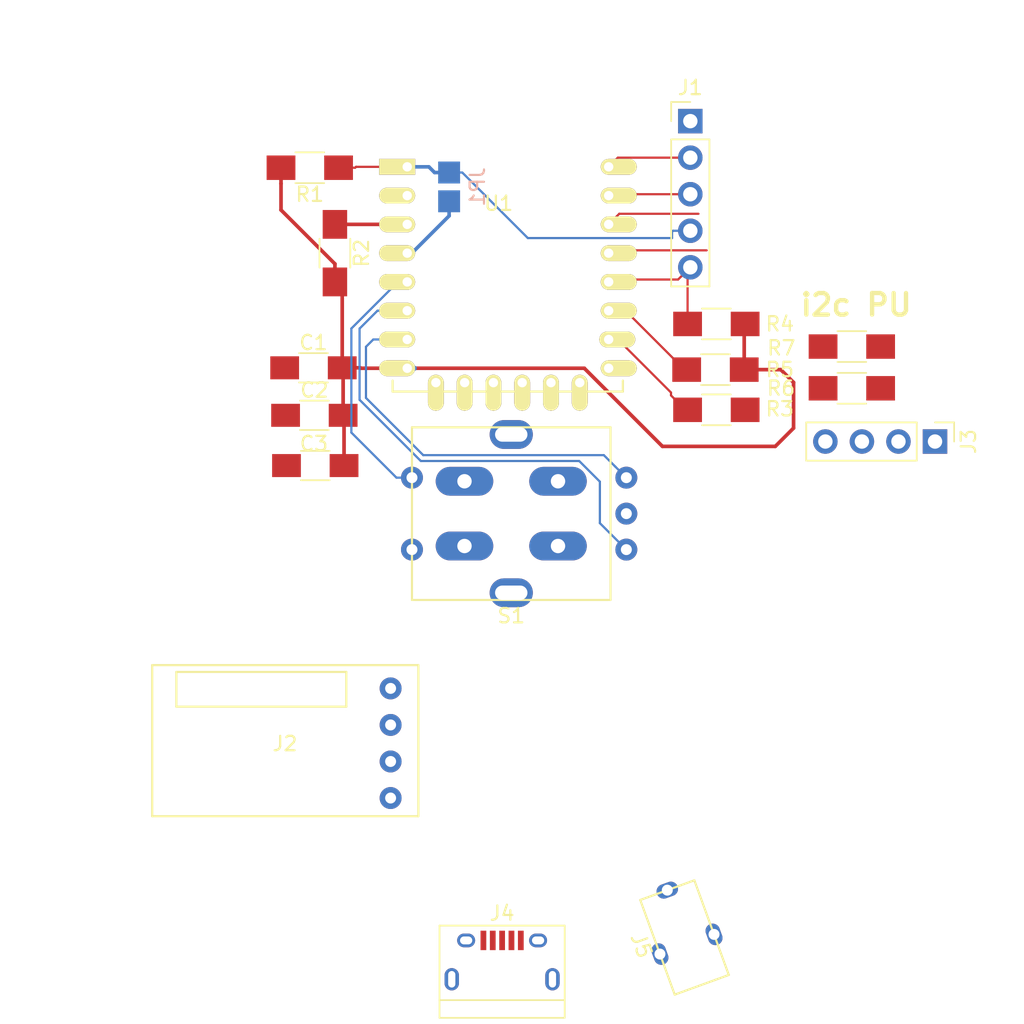
<source format=kicad_pcb>
(kicad_pcb (version 4) (host pcbnew 4.0.7-e2-6376~58~ubuntu17.04.1)

  (general
    (links 0)
    (no_connects 21)
    (area 108.494442 66.312942 179.687558 138.071501)
    (thickness 1.6)
    (drawings 2)
    (tracks 83)
    (zones 0)
    (modules 20)
    (nets 30)
  )

  (page A4)
  (layers
    (0 F.Cu signal)
    (31 B.Cu signal)
    (32 B.Adhes user)
    (33 F.Adhes user)
    (34 B.Paste user)
    (35 F.Paste user)
    (36 B.SilkS user)
    (37 F.SilkS user)
    (38 B.Mask user)
    (39 F.Mask user)
    (40 Dwgs.User user)
    (41 Cmts.User user)
    (42 Eco1.User user)
    (43 Eco2.User user)
    (44 Edge.Cuts user)
    (45 Margin user)
    (46 B.CrtYd user)
    (47 F.CrtYd user)
    (48 B.Fab user hide)
    (49 F.Fab user hide)
  )

  (setup
    (last_trace_width 0.1524)
    (trace_clearance 0.254)
    (zone_clearance 0.508)
    (zone_45_only no)
    (trace_min 0.1524)
    (segment_width 0.2)
    (edge_width 0.15)
    (via_size 0.6858)
    (via_drill 0.3302)
    (via_min_size 0.6858)
    (via_min_drill 0.3302)
    (uvia_size 0.762)
    (uvia_drill 0.508)
    (uvias_allowed no)
    (uvia_min_size 0)
    (uvia_min_drill 0)
    (pcb_text_width 0.3)
    (pcb_text_size 1.5 1.5)
    (mod_edge_width 0.15)
    (mod_text_size 1 1)
    (mod_text_width 0.15)
    (pad_size 1.524 1.524)
    (pad_drill 0.762)
    (pad_to_mask_clearance 0.2)
    (aux_axis_origin 0 0)
    (grid_origin 144 102)
    (visible_elements FFFFFF7F)
    (pcbplotparams
      (layerselection 0x00030_80000001)
      (usegerberextensions false)
      (excludeedgelayer true)
      (linewidth 0.100000)
      (plotframeref false)
      (viasonmask false)
      (mode 1)
      (useauxorigin false)
      (hpglpennumber 1)
      (hpglpenspeed 20)
      (hpglpendiameter 15)
      (hpglpenoverlay 2)
      (psnegative false)
      (psa4output false)
      (plotreference true)
      (plotvalue true)
      (plotinvisibletext false)
      (padsonsilk false)
      (subtractmaskfromsilk false)
      (outputformat 1)
      (mirror false)
      (drillshape 1)
      (scaleselection 1)
      (outputdirectory ""))
  )

  (net 0 "")
  (net 1 GND)
  (net 2 +3V3)
  (net 3 TX)
  (net 4 RX)
  (net 5 ~RST)
  (net 6 ~FLASH)
  (net 7 "Net-(J2-Pad1)")
  (net 8 +5V)
  (net 9 GPIO4)
  (net 10 GPIO5)
  (net 11 "Net-(J4-Pad2)")
  (net 12 "Net-(J4-Pad3)")
  (net 13 "Net-(J4-Pad4)")
  (net 14 "Net-(J4-Pad6)")
  (net 15 "Net-(J5-Pad3)")
  (net 16 GPIO16)
  (net 17 "Net-(R2-Pad1)")
  (net 18 "Net-(R3-Pad2)")
  (net 19 "Net-(R5-Pad2)")
  (net 20 GPIO12)
  (net 21 GPIO13)
  (net 22 GPIO14)
  (net 23 ADC)
  (net 24 "Net-(U1-Pad17)")
  (net 25 "Net-(U1-Pad18)")
  (net 26 "Net-(U1-Pad19)")
  (net 27 "Net-(U1-Pad20)")
  (net 28 "Net-(U1-Pad21)")
  (net 29 "Net-(U1-Pad22)")

  (net_class Default "This is the default net class."
    (clearance 0.254)
    (trace_width 0.1524)
    (via_dia 0.6858)
    (via_drill 0.3302)
    (uvia_dia 0.762)
    (uvia_drill 0.508)
    (add_net +5V)
    (add_net ADC)
    (add_net GND)
    (add_net GPIO12)
    (add_net GPIO13)
    (add_net GPIO14)
    (add_net GPIO16)
    (add_net GPIO4)
    (add_net GPIO5)
    (add_net "Net-(J2-Pad1)")
    (add_net "Net-(J4-Pad2)")
    (add_net "Net-(J4-Pad3)")
    (add_net "Net-(J4-Pad4)")
    (add_net "Net-(J4-Pad6)")
    (add_net "Net-(J5-Pad3)")
    (add_net "Net-(R2-Pad1)")
    (add_net "Net-(R3-Pad2)")
    (add_net "Net-(R5-Pad2)")
    (add_net "Net-(U1-Pad17)")
    (add_net "Net-(U1-Pad18)")
    (add_net "Net-(U1-Pad19)")
    (add_net "Net-(U1-Pad20)")
    (add_net "Net-(U1-Pad21)")
    (add_net "Net-(U1-Pad22)")
    (add_net RX)
    (add_net TX)
    (add_net ~FLASH)
    (add_net ~RST)
  )

  (net_class "3.3V PWR" ""
    (clearance 0.254)
    (trace_width 0.254)
    (via_dia 0.6858)
    (via_drill 0.3302)
    (uvia_dia 0.762)
    (uvia_drill 0.508)
    (add_net +3V3)
  )

  (net_class "5V PWR" ""
    (clearance 0.762)
    (trace_width 0.762)
    (via_dia 0.6858)
    (via_drill 0.3302)
    (uvia_dia 0.762)
    (uvia_drill 0.508)
  )

  (module Mounting_Holes:MountingHole_3.2mm_M3 (layer F.Cu) (tedit 5A08828F) (tstamp 5A0880CF)
    (at 124 102)
    (descr "Mounting Hole 3.2mm, no annular, M3")
    (tags "mounting hole 3.2mm no annular m3")
    (attr virtual)
    (fp_text reference REF** (at 0 -4.2) (layer Cmts.User) hide
      (effects (font (size 1 1) (thickness 0.15)))
    )
    (fp_text value MountingHole_3.2mm_M3 (at 0 4.2) (layer F.Fab)
      (effects (font (size 1 1) (thickness 0.15)))
    )
    (fp_text user %R (at 0.3 0) (layer F.Fab)
      (effects (font (size 1 1) (thickness 0.15)))
    )
    (fp_circle (center 0 0) (end 3.2 0) (layer Cmts.User) (width 0.15))
    (fp_circle (center 0 0) (end 3.45 0) (layer F.CrtYd) (width 0.05))
    (pad 1 np_thru_hole circle (at 0 0) (size 3.2 3.2) (drill 3.2) (layers *.Cu *.Mask))
  )

  (module ESP8266:ESP-12E (layer F.Cu) (tedit 58B47889) (tstamp 5A07653F)
    (at 136.798501 77.9075)
    (descr "Module, ESP-8266, ESP-12, 16 pad, SMD")
    (tags "Module ESP-8266 ESP8266")
    (path /5A00CD38)
    (fp_text reference U1 (at 6.35 2.54) (layer F.SilkS)
      (effects (font (size 1 1) (thickness 0.15)))
    )
    (fp_text value ESP-12E (at 6.35 6.35) (layer F.Fab) hide
      (effects (font (size 1 1) (thickness 0.15)))
    )
    (fp_line (start -2.25 -0.5) (end -2.25 -8.75) (layer F.CrtYd) (width 0.05))
    (fp_line (start -2.25 -8.75) (end 15.25 -8.75) (layer F.CrtYd) (width 0.05))
    (fp_line (start 15.25 -8.75) (end 16.25 -8.75) (layer F.CrtYd) (width 0.05))
    (fp_line (start 16.25 -8.75) (end 16.25 16) (layer F.CrtYd) (width 0.05))
    (fp_line (start 16.25 16) (end -2.25 16) (layer F.CrtYd) (width 0.05))
    (fp_line (start -2.25 16) (end -2.25 -0.5) (layer F.CrtYd) (width 0.05))
    (fp_line (start -1.016 -8.382) (end 14.986 -8.382) (layer F.CrtYd) (width 0.1524))
    (fp_line (start 14.986 -8.382) (end 14.986 -0.889) (layer F.CrtYd) (width 0.1524))
    (fp_line (start -1.016 -8.382) (end -1.016 -1.016) (layer F.CrtYd) (width 0.1524))
    (fp_line (start -1.016 14.859) (end -1.016 15.621) (layer F.SilkS) (width 0.1524))
    (fp_line (start -1.016 15.621) (end 14.986 15.621) (layer F.SilkS) (width 0.1524))
    (fp_line (start 14.986 15.621) (end 14.986 14.859) (layer F.SilkS) (width 0.1524))
    (fp_line (start 14.992 -8.4) (end -1.008 -2.6) (layer F.CrtYd) (width 0.1524))
    (fp_line (start -1.008 -8.4) (end 14.992 -2.6) (layer F.CrtYd) (width 0.1524))
    (fp_text user "No Copper" (at 6.892 -5.4) (layer F.CrtYd)
      (effects (font (size 1 1) (thickness 0.15)))
    )
    (fp_line (start -1.008 -2.6) (end 14.992 -2.6) (layer F.CrtYd) (width 0.1524))
    (fp_line (start 15 -8.4) (end 15 15.6) (layer F.Fab) (width 0.05))
    (fp_line (start 14.992 15.6) (end -1.008 15.6) (layer F.Fab) (width 0.05))
    (fp_line (start -1.008 15.6) (end -1.008 -8.4) (layer F.Fab) (width 0.05))
    (fp_line (start -1.008 -8.4) (end 14.992 -8.4) (layer F.Fab) (width 0.05))
    (pad 1 thru_hole rect (at 0 0) (size 2.5 1.1) (drill 0.65 (offset -0.7 0)) (layers *.Cu *.Mask F.SilkS)
      (net 5 ~RST))
    (pad 2 thru_hole oval (at 0 2) (size 2.5 1.1) (drill 0.65 (offset -0.7 0)) (layers *.Cu *.Mask F.SilkS)
      (net 23 ADC))
    (pad 3 thru_hole oval (at 0 4) (size 2.5 1.1) (drill 0.65 (offset -0.7 0)) (layers *.Cu *.Mask F.SilkS)
      (net 17 "Net-(R2-Pad1)"))
    (pad 4 thru_hole oval (at 0 6) (size 2.5 1.1) (drill 0.65 (offset -0.7 0)) (layers *.Cu *.Mask F.SilkS)
      (net 16 GPIO16))
    (pad 5 thru_hole oval (at 0 8) (size 2.5 1.1) (drill 0.65 (offset -0.7 0)) (layers *.Cu *.Mask F.SilkS)
      (net 22 GPIO14))
    (pad 6 thru_hole oval (at 0 10) (size 2.5 1.1) (drill 0.65 (offset -0.7 0)) (layers *.Cu *.Mask F.SilkS)
      (net 20 GPIO12))
    (pad 7 thru_hole oval (at 0 12) (size 2.5 1.1) (drill 0.65 (offset -0.7 0)) (layers *.Cu *.Mask F.SilkS)
      (net 21 GPIO13))
    (pad 8 thru_hole oval (at 0 14) (size 2.5 1.1) (drill 0.65 (offset -0.7 0)) (layers *.Cu *.Mask F.SilkS)
      (net 2 +3V3))
    (pad 9 thru_hole oval (at 14 14) (size 2.5 1.1) (drill 0.65 (offset 0.7 0)) (layers *.Cu *.Mask F.SilkS)
      (net 1 GND))
    (pad 10 thru_hole oval (at 14 12) (size 2.5 1.1) (drill 0.65 (offset 0.6 0)) (layers *.Cu *.Mask F.SilkS)
      (net 18 "Net-(R3-Pad2)"))
    (pad 11 thru_hole oval (at 14 10) (size 2.5 1.1) (drill 0.65 (offset 0.7 0)) (layers *.Cu *.Mask F.SilkS)
      (net 19 "Net-(R5-Pad2)"))
    (pad 12 thru_hole oval (at 14 8) (size 2.5 1.1) (drill 0.65 (offset 0.7 0)) (layers *.Cu *.Mask F.SilkS)
      (net 6 ~FLASH))
    (pad 13 thru_hole oval (at 14 6) (size 2.5 1.1) (drill 0.65 (offset 0.7 0)) (layers *.Cu *.Mask F.SilkS)
      (net 9 GPIO4))
    (pad 14 thru_hole oval (at 14 4) (size 2.5 1.1) (drill 0.65 (offset 0.7 0)) (layers *.Cu *.Mask F.SilkS)
      (net 10 GPIO5))
    (pad 15 thru_hole oval (at 14 2) (size 2.5 1.1) (drill 0.65 (offset 0.7 0)) (layers *.Cu *.Mask F.SilkS)
      (net 4 RX))
    (pad 16 thru_hole oval (at 14 0) (size 2.5 1.1) (drill 0.65 (offset 0.7 0)) (layers *.Cu *.Mask F.SilkS)
      (net 3 TX))
    (pad 17 thru_hole oval (at 1.99 15 90) (size 2.5 1.1) (drill 0.65 (offset -0.7 0)) (layers *.Cu *.Mask F.SilkS)
      (net 24 "Net-(U1-Pad17)"))
    (pad 18 thru_hole oval (at 3.99 15 90) (size 2.5 1.1) (drill 0.65 (offset -0.7 0)) (layers *.Cu *.Mask F.SilkS)
      (net 25 "Net-(U1-Pad18)"))
    (pad 19 thru_hole oval (at 5.99 15 90) (size 2.5 1.1) (drill 0.65 (offset -0.7 0)) (layers *.Cu *.Mask F.SilkS)
      (net 26 "Net-(U1-Pad19)"))
    (pad 20 thru_hole oval (at 7.99 15 90) (size 2.5 1.1) (drill 0.65 (offset -0.7 0)) (layers *.Cu *.Mask F.SilkS)
      (net 27 "Net-(U1-Pad20)"))
    (pad 21 thru_hole oval (at 9.99 15 90) (size 2.5 1.1) (drill 0.65 (offset -0.7 0)) (layers *.Cu *.Mask F.SilkS)
      (net 28 "Net-(U1-Pad21)"))
    (pad 22 thru_hole oval (at 11.99 15 90) (size 2.5 1.1) (drill 0.65 (offset -0.7 0)) (layers *.Cu *.Mask F.SilkS)
      (net 29 "Net-(U1-Pad22)"))
    (model ${ESPLIB}/ESP8266.3dshapes/ESP-12E.wrl
      (at (xyz 0 0 0))
      (scale (xyz 0.3937 0.3937 0.3937))
      (rotate (xyz 0 0 0))
    )
  )

  (module Capacitors_SMD:C_1206_HandSoldering (layer F.Cu) (tedit 58AA84D1) (tstamp 5A07649A)
    (at 130.2795 91.8765)
    (descr "Capacitor SMD 1206, hand soldering")
    (tags "capacitor 1206")
    (path /5A012B7F)
    (attr smd)
    (fp_text reference C1 (at 0 -1.75) (layer F.SilkS)
      (effects (font (size 1 1) (thickness 0.15)))
    )
    (fp_text value 0.1uF (at 0 2) (layer F.Fab)
      (effects (font (size 1 1) (thickness 0.15)))
    )
    (fp_text user %R (at 0 -1.75) (layer F.Fab)
      (effects (font (size 1 1) (thickness 0.15)))
    )
    (fp_line (start -1.6 0.8) (end -1.6 -0.8) (layer F.Fab) (width 0.1))
    (fp_line (start 1.6 0.8) (end -1.6 0.8) (layer F.Fab) (width 0.1))
    (fp_line (start 1.6 -0.8) (end 1.6 0.8) (layer F.Fab) (width 0.1))
    (fp_line (start -1.6 -0.8) (end 1.6 -0.8) (layer F.Fab) (width 0.1))
    (fp_line (start 1 -1.02) (end -1 -1.02) (layer F.SilkS) (width 0.12))
    (fp_line (start -1 1.02) (end 1 1.02) (layer F.SilkS) (width 0.12))
    (fp_line (start -3.25 -1.05) (end 3.25 -1.05) (layer F.CrtYd) (width 0.05))
    (fp_line (start -3.25 -1.05) (end -3.25 1.05) (layer F.CrtYd) (width 0.05))
    (fp_line (start 3.25 1.05) (end 3.25 -1.05) (layer F.CrtYd) (width 0.05))
    (fp_line (start 3.25 1.05) (end -3.25 1.05) (layer F.CrtYd) (width 0.05))
    (pad 1 smd rect (at -2 0) (size 2 1.6) (layers F.Cu F.Paste F.Mask)
      (net 1 GND))
    (pad 2 smd rect (at 2 0) (size 2 1.6) (layers F.Cu F.Paste F.Mask)
      (net 2 +3V3))
    (model Capacitors_SMD.3dshapes/C_1206.wrl
      (at (xyz 0 0 0))
      (scale (xyz 1 1 1))
      (rotate (xyz 0 0 0))
    )
  )

  (module Capacitors_SMD:C_1206_HandSoldering (layer F.Cu) (tedit 58AA84D1) (tstamp 5A0764A0)
    (at 130.343 95.1785)
    (descr "Capacitor SMD 1206, hand soldering")
    (tags "capacitor 1206")
    (path /5A010134)
    (attr smd)
    (fp_text reference C2 (at 0 -1.75) (layer F.SilkS)
      (effects (font (size 1 1) (thickness 0.15)))
    )
    (fp_text value 10uF (at 0 2) (layer F.Fab)
      (effects (font (size 1 1) (thickness 0.15)))
    )
    (fp_text user %R (at 0 -1.75) (layer F.Fab)
      (effects (font (size 1 1) (thickness 0.15)))
    )
    (fp_line (start -1.6 0.8) (end -1.6 -0.8) (layer F.Fab) (width 0.1))
    (fp_line (start 1.6 0.8) (end -1.6 0.8) (layer F.Fab) (width 0.1))
    (fp_line (start 1.6 -0.8) (end 1.6 0.8) (layer F.Fab) (width 0.1))
    (fp_line (start -1.6 -0.8) (end 1.6 -0.8) (layer F.Fab) (width 0.1))
    (fp_line (start 1 -1.02) (end -1 -1.02) (layer F.SilkS) (width 0.12))
    (fp_line (start -1 1.02) (end 1 1.02) (layer F.SilkS) (width 0.12))
    (fp_line (start -3.25 -1.05) (end 3.25 -1.05) (layer F.CrtYd) (width 0.05))
    (fp_line (start -3.25 -1.05) (end -3.25 1.05) (layer F.CrtYd) (width 0.05))
    (fp_line (start 3.25 1.05) (end 3.25 -1.05) (layer F.CrtYd) (width 0.05))
    (fp_line (start 3.25 1.05) (end -3.25 1.05) (layer F.CrtYd) (width 0.05))
    (pad 1 smd rect (at -2 0) (size 2 1.6) (layers F.Cu F.Paste F.Mask)
      (net 1 GND))
    (pad 2 smd rect (at 2 0) (size 2 1.6) (layers F.Cu F.Paste F.Mask)
      (net 2 +3V3))
    (model Capacitors_SMD.3dshapes/C_1206.wrl
      (at (xyz 0 0 0))
      (scale (xyz 1 1 1))
      (rotate (xyz 0 0 0))
    )
  )

  (module Pin_Headers:Pin_Header_Straight_1x05_Pitch2.54mm (layer F.Cu) (tedit 59650532) (tstamp 5A0764AF)
    (at 156.4735 74.7315)
    (descr "Through hole straight pin header, 1x05, 2.54mm pitch, single row")
    (tags "Through hole pin header THT 1x05 2.54mm single row")
    (path /5A0111F1)
    (fp_text reference J1 (at 0 -2.33) (layer F.SilkS)
      (effects (font (size 1 1) (thickness 0.15)))
    )
    (fp_text value PGM (at 0 12.49) (layer F.Fab)
      (effects (font (size 1 1) (thickness 0.15)))
    )
    (fp_line (start -0.635 -1.27) (end 1.27 -1.27) (layer F.Fab) (width 0.1))
    (fp_line (start 1.27 -1.27) (end 1.27 11.43) (layer F.Fab) (width 0.1))
    (fp_line (start 1.27 11.43) (end -1.27 11.43) (layer F.Fab) (width 0.1))
    (fp_line (start -1.27 11.43) (end -1.27 -0.635) (layer F.Fab) (width 0.1))
    (fp_line (start -1.27 -0.635) (end -0.635 -1.27) (layer F.Fab) (width 0.1))
    (fp_line (start -1.33 11.49) (end 1.33 11.49) (layer F.SilkS) (width 0.12))
    (fp_line (start -1.33 1.27) (end -1.33 11.49) (layer F.SilkS) (width 0.12))
    (fp_line (start 1.33 1.27) (end 1.33 11.49) (layer F.SilkS) (width 0.12))
    (fp_line (start -1.33 1.27) (end 1.33 1.27) (layer F.SilkS) (width 0.12))
    (fp_line (start -1.33 0) (end -1.33 -1.33) (layer F.SilkS) (width 0.12))
    (fp_line (start -1.33 -1.33) (end 0 -1.33) (layer F.SilkS) (width 0.12))
    (fp_line (start -1.8 -1.8) (end -1.8 11.95) (layer F.CrtYd) (width 0.05))
    (fp_line (start -1.8 11.95) (end 1.8 11.95) (layer F.CrtYd) (width 0.05))
    (fp_line (start 1.8 11.95) (end 1.8 -1.8) (layer F.CrtYd) (width 0.05))
    (fp_line (start 1.8 -1.8) (end -1.8 -1.8) (layer F.CrtYd) (width 0.05))
    (fp_text user %R (at 0 5.08 90) (layer F.Fab)
      (effects (font (size 1 1) (thickness 0.15)))
    )
    (pad 1 thru_hole rect (at 0 0) (size 1.7 1.7) (drill 1) (layers *.Cu *.Mask)
      (net 1 GND))
    (pad 2 thru_hole oval (at 0 2.54) (size 1.7 1.7) (drill 1) (layers *.Cu *.Mask)
      (net 3 TX))
    (pad 3 thru_hole oval (at 0 5.08) (size 1.7 1.7) (drill 1) (layers *.Cu *.Mask)
      (net 4 RX))
    (pad 4 thru_hole oval (at 0 7.62) (size 1.7 1.7) (drill 1) (layers *.Cu *.Mask)
      (net 5 ~RST))
    (pad 5 thru_hole oval (at 0 10.16) (size 1.7 1.7) (drill 1) (layers *.Cu *.Mask)
      (net 6 ~FLASH))
    (model ${KISYS3DMOD}/Pin_Headers.3dshapes/Pin_Header_Straight_1x05_Pitch2.54mm.wrl
      (at (xyz 0 0 0))
      (scale (xyz 1 1 1))
      (rotate (xyz 0 0 0))
    )
  )

  (module "Voltage Regulators:SwitchingRegulator_Selectable" (layer F.Cu) (tedit 5A07637E) (tstamp 5A0764C1)
    (at 128.343 117.848 180)
    (path /5A00ECE4)
    (fp_text reference J2 (at 0.043 -0.152 180) (layer F.SilkS)
      (effects (font (size 1 1) (thickness 0.15)))
    )
    (fp_text value StepDown-3A (at -0.029 -6.893 180) (layer F.Fab)
      (effects (font (size 1 1) (thickness 0.15)))
    )
    (fp_text user "SEL JMPRS" (at 2.003 3.69 180) (layer F.Fab)
      (effects (font (size 1 1) (thickness 0.15)))
    )
    (fp_line (start -4.093 4.833) (end -4.22 4.833) (layer F.SilkS) (width 0.15))
    (fp_line (start -4.22 4.833) (end -4.22 2.42) (layer F.SilkS) (width 0.15))
    (fp_line (start -4.22 2.42) (end 7.591 2.42) (layer F.SilkS) (width 0.15))
    (fp_line (start 7.591 2.42) (end 7.591 4.833) (layer F.SilkS) (width 0.15))
    (fp_line (start 7.591 4.833) (end -4.093 4.833) (layer F.SilkS) (width 0.15))
    (fp_line (start -9.229 -5.193) (end 9.271 -5.193) (layer F.SilkS) (width 0.15))
    (fp_line (start 9.271 -5.193) (end 9.271 5.307) (layer F.SilkS) (width 0.15))
    (fp_line (start 9.271 5.307) (end -9.229 5.307) (layer F.SilkS) (width 0.15))
    (fp_line (start -9.229 5.307) (end -9.229 -5.193) (layer F.SilkS) (width 0.15))
    (pad 1 thru_hole circle (at -7.3 -3.93 180) (size 1.524 1.524) (drill 0.762) (layers *.Cu *.Mask)
      (net 7 "Net-(J2-Pad1)"))
    (pad 2 thru_hole circle (at -7.3 -1.39 180) (size 1.524 1.524) (drill 0.762) (layers *.Cu *.Mask)
      (net 8 +5V))
    (pad 3 thru_hole circle (at -7.3 1.15 180) (size 1.524 1.524) (drill 0.762) (layers *.Cu *.Mask)
      (net 1 GND))
    (pad 4 thru_hole circle (at -7.3 3.69 180) (size 1.524 1.524) (drill 0.762) (layers *.Cu *.Mask)
      (net 2 +3V3))
  )

  (module Connectors:USB_Micro-B (layer F.Cu) (tedit 5543E447) (tstamp 5A0764DF)
    (at 143.3925 133.0245)
    (descr "Micro USB Type B Receptacle")
    (tags "USB USB_B USB_micro USB_OTG")
    (path /5A00ED3B)
    (attr smd)
    (fp_text reference J4 (at 0 -3.24) (layer F.SilkS)
      (effects (font (size 1 1) (thickness 0.15)))
    )
    (fp_text value USB (at 0 -4.445) (layer F.Fab)
      (effects (font (size 1 1) (thickness 0.15)))
    )
    (fp_line (start -4.6 -2.59) (end 4.6 -2.59) (layer F.CrtYd) (width 0.05))
    (fp_line (start 4.6 -2.59) (end 4.6 4.26) (layer F.CrtYd) (width 0.05))
    (fp_line (start 4.6 4.26) (end -4.6 4.26) (layer F.CrtYd) (width 0.05))
    (fp_line (start -4.6 4.26) (end -4.6 -2.59) (layer F.CrtYd) (width 0.05))
    (fp_line (start -4.35 4.03) (end 4.35 4.03) (layer F.SilkS) (width 0.12))
    (fp_line (start -4.35 -2.38) (end 4.35 -2.38) (layer F.SilkS) (width 0.12))
    (fp_line (start 4.35 -2.38) (end 4.35 4.03) (layer F.SilkS) (width 0.12))
    (fp_line (start 4.35 2.8) (end -4.35 2.8) (layer F.SilkS) (width 0.12))
    (fp_line (start -4.35 4.03) (end -4.35 -2.38) (layer F.SilkS) (width 0.12))
    (pad 1 smd rect (at -1.3 -1.35 90) (size 1.35 0.4) (layers F.Cu F.Paste F.Mask)
      (net 8 +5V))
    (pad 2 smd rect (at -0.65 -1.35 90) (size 1.35 0.4) (layers F.Cu F.Paste F.Mask)
      (net 11 "Net-(J4-Pad2)"))
    (pad 3 smd rect (at 0 -1.35 90) (size 1.35 0.4) (layers F.Cu F.Paste F.Mask)
      (net 12 "Net-(J4-Pad3)"))
    (pad 4 smd rect (at 0.65 -1.35 90) (size 1.35 0.4) (layers F.Cu F.Paste F.Mask)
      (net 13 "Net-(J4-Pad4)"))
    (pad 5 smd rect (at 1.3 -1.35 90) (size 1.35 0.4) (layers F.Cu F.Paste F.Mask)
      (net 1 GND))
    (pad 6 thru_hole oval (at -2.5 -1.35 90) (size 0.95 1.25) (drill oval 0.55 0.85) (layers *.Cu *.Mask)
      (net 14 "Net-(J4-Pad6)"))
    (pad 6 thru_hole oval (at 2.5 -1.35 90) (size 0.95 1.25) (drill oval 0.55 0.85) (layers *.Cu *.Mask)
      (net 14 "Net-(J4-Pad6)"))
    (pad 6 thru_hole oval (at -3.5 1.35 90) (size 1.55 1) (drill oval 1.15 0.5) (layers *.Cu *.Mask)
      (net 14 "Net-(J4-Pad6)"))
    (pad 6 thru_hole oval (at 3.5 1.35 90) (size 1.55 1) (drill oval 1.15 0.5) (layers *.Cu *.Mask)
      (net 14 "Net-(J4-Pad6)"))
  )

  (module Power:5.5mm_Barrel_Jack (layer F.Cu) (tedit 5A011E39) (tstamp 5A0764E6)
    (at 155.9 131 290)
    (path /5A00EF7E)
    (fp_text reference J5 (at 0 3 290) (layer F.SilkS)
      (effects (font (size 1 1) (thickness 0.15)))
    )
    (fp_text value Barrel_Jack (at 0 -3 290) (layer F.Fab)
      (effects (font (size 1 1) (thickness 0.15)))
    )
    (fp_line (start 4 -2) (end 4 -1) (layer F.SilkS) (width 0.15))
    (fp_line (start -3 -2) (end 4 -2) (layer F.SilkS) (width 0.15))
    (fp_line (start -3 -1) (end -3 -2) (layer F.SilkS) (width 0.15))
    (fp_line (start -3 2) (end -3 -1) (layer F.SilkS) (width 0.15))
    (fp_line (start 4 2) (end -3 2) (layer F.SilkS) (width 0.15))
    (fp_line (start 4 -1) (end 4 2) (layer F.SilkS) (width 0.15))
    (pad 1 thru_hole oval (at -3 0 290) (size 1 1.524) (drill 0.762) (layers *.Cu *.Mask)
      (net 8 +5V))
    (pad 2 thru_hole oval (at 1 -2 290) (size 1.524 1) (drill 0.762) (layers *.Cu *.Mask)
      (net 1 GND))
    (pad 3 thru_hole oval (at 1 2 290) (size 1.524 1) (drill 0.762) (layers *.Cu *.Mask)
      (net 15 "Net-(J5-Pad3)"))
  )

  (module Features:SolderJumper (layer B.Cu) (tedit 5A011A98) (tstamp 5A0764EC)
    (at 139.7095 79.3035 90)
    (path /5A0119F3)
    (fp_text reference JP1 (at 0 1.9685 90) (layer B.SilkS)
      (effects (font (size 1 1) (thickness 0.15)) (justify mirror))
    )
    (fp_text value WAKE (at 0 2 90) (layer B.Fab)
      (effects (font (size 1 1) (thickness 0.15)) (justify mirror))
    )
    (fp_line (start -2 -1) (end -2 1) (layer B.Mask) (width 0.15))
    (fp_line (start 2 -1) (end -2 -1) (layer B.Mask) (width 0.15))
    (fp_line (start 2 1) (end 2 -1) (layer B.Mask) (width 0.15))
    (fp_line (start -2 1) (end 2 1) (layer B.Mask) (width 0.15))
    (pad 1 smd rect (at 1 0 90) (size 1.524 1.524) (layers B.Cu B.Paste B.Mask)
      (net 5 ~RST))
    (pad 2 smd rect (at -1 0 90) (size 1.524 1.524) (layers B.Cu B.Paste B.Mask)
      (net 16 GPIO16))
  )

  (module Resistors_SMD:R_1206_HandSoldering (layer F.Cu) (tedit 58E0A804) (tstamp 5A0764F2)
    (at 130.0255 77.97 180)
    (descr "Resistor SMD 1206, hand soldering")
    (tags "resistor 1206")
    (path /5A00F0E8)
    (attr smd)
    (fp_text reference R1 (at 0 -1.85 180) (layer F.SilkS)
      (effects (font (size 1 1) (thickness 0.15)))
    )
    (fp_text value 10k (at 0 1.9 180) (layer F.Fab)
      (effects (font (size 1 1) (thickness 0.15)))
    )
    (fp_text user %R (at 0 0 180) (layer F.Fab)
      (effects (font (size 0.7 0.7) (thickness 0.105)))
    )
    (fp_line (start -1.6 0.8) (end -1.6 -0.8) (layer F.Fab) (width 0.1))
    (fp_line (start 1.6 0.8) (end -1.6 0.8) (layer F.Fab) (width 0.1))
    (fp_line (start 1.6 -0.8) (end 1.6 0.8) (layer F.Fab) (width 0.1))
    (fp_line (start -1.6 -0.8) (end 1.6 -0.8) (layer F.Fab) (width 0.1))
    (fp_line (start 1 1.07) (end -1 1.07) (layer F.SilkS) (width 0.12))
    (fp_line (start -1 -1.07) (end 1 -1.07) (layer F.SilkS) (width 0.12))
    (fp_line (start -3.25 -1.11) (end 3.25 -1.11) (layer F.CrtYd) (width 0.05))
    (fp_line (start -3.25 -1.11) (end -3.25 1.1) (layer F.CrtYd) (width 0.05))
    (fp_line (start 3.25 1.1) (end 3.25 -1.11) (layer F.CrtYd) (width 0.05))
    (fp_line (start 3.25 1.1) (end -3.25 1.1) (layer F.CrtYd) (width 0.05))
    (pad 1 smd rect (at -2 0 180) (size 2 1.7) (layers F.Cu F.Paste F.Mask)
      (net 5 ~RST))
    (pad 2 smd rect (at 2 0 180) (size 2 1.7) (layers F.Cu F.Paste F.Mask)
      (net 2 +3V3))
    (model ${KISYS3DMOD}/Resistors_SMD.3dshapes/R_1206.wrl
      (at (xyz 0 0 0))
      (scale (xyz 1 1 1))
      (rotate (xyz 0 0 0))
    )
  )

  (module Resistors_SMD:R_1206_HandSoldering (layer F.Cu) (tedit 58E0A804) (tstamp 5A0764F8)
    (at 131.772 83.9075 270)
    (descr "Resistor SMD 1206, hand soldering")
    (tags "resistor 1206")
    (path /5A010A6F)
    (attr smd)
    (fp_text reference R2 (at 0 -1.85 270) (layer F.SilkS)
      (effects (font (size 1 1) (thickness 0.15)))
    )
    (fp_text value 10k (at 0 1.9 270) (layer F.Fab)
      (effects (font (size 1 1) (thickness 0.15)))
    )
    (fp_text user %R (at 0 0 270) (layer F.Fab)
      (effects (font (size 0.7 0.7) (thickness 0.105)))
    )
    (fp_line (start -1.6 0.8) (end -1.6 -0.8) (layer F.Fab) (width 0.1))
    (fp_line (start 1.6 0.8) (end -1.6 0.8) (layer F.Fab) (width 0.1))
    (fp_line (start 1.6 -0.8) (end 1.6 0.8) (layer F.Fab) (width 0.1))
    (fp_line (start -1.6 -0.8) (end 1.6 -0.8) (layer F.Fab) (width 0.1))
    (fp_line (start 1 1.07) (end -1 1.07) (layer F.SilkS) (width 0.12))
    (fp_line (start -1 -1.07) (end 1 -1.07) (layer F.SilkS) (width 0.12))
    (fp_line (start -3.25 -1.11) (end 3.25 -1.11) (layer F.CrtYd) (width 0.05))
    (fp_line (start -3.25 -1.11) (end -3.25 1.1) (layer F.CrtYd) (width 0.05))
    (fp_line (start 3.25 1.1) (end 3.25 -1.11) (layer F.CrtYd) (width 0.05))
    (fp_line (start 3.25 1.1) (end -3.25 1.1) (layer F.CrtYd) (width 0.05))
    (pad 1 smd rect (at -2 0 270) (size 2 1.7) (layers F.Cu F.Paste F.Mask)
      (net 17 "Net-(R2-Pad1)"))
    (pad 2 smd rect (at 2 0 270) (size 2 1.7) (layers F.Cu F.Paste F.Mask)
      (net 2 +3V3))
    (model ${KISYS3DMOD}/Resistors_SMD.3dshapes/R_1206.wrl
      (at (xyz 0 0 0))
      (scale (xyz 1 1 1))
      (rotate (xyz 0 0 0))
    )
  )

  (module Resistors_SMD:R_1206_HandSoldering (layer F.Cu) (tedit 58E0A804) (tstamp 5A0764FE)
    (at 158.2835 94.7975 180)
    (descr "Resistor SMD 1206, hand soldering")
    (tags "resistor 1206")
    (path /5A0109BD)
    (attr smd)
    (fp_text reference R3 (at -4.413 0.0635 180) (layer F.SilkS)
      (effects (font (size 1 1) (thickness 0.15)))
    )
    (fp_text value 10k (at 0 1.9 180) (layer F.Fab)
      (effects (font (size 1 1) (thickness 0.15)))
    )
    (fp_text user %R (at 0 0 180) (layer F.Fab)
      (effects (font (size 0.7 0.7) (thickness 0.105)))
    )
    (fp_line (start -1.6 0.8) (end -1.6 -0.8) (layer F.Fab) (width 0.1))
    (fp_line (start 1.6 0.8) (end -1.6 0.8) (layer F.Fab) (width 0.1))
    (fp_line (start 1.6 -0.8) (end 1.6 0.8) (layer F.Fab) (width 0.1))
    (fp_line (start -1.6 -0.8) (end 1.6 -0.8) (layer F.Fab) (width 0.1))
    (fp_line (start 1 1.07) (end -1 1.07) (layer F.SilkS) (width 0.12))
    (fp_line (start -1 -1.07) (end 1 -1.07) (layer F.SilkS) (width 0.12))
    (fp_line (start -3.25 -1.11) (end 3.25 -1.11) (layer F.CrtYd) (width 0.05))
    (fp_line (start -3.25 -1.11) (end -3.25 1.1) (layer F.CrtYd) (width 0.05))
    (fp_line (start 3.25 1.1) (end 3.25 -1.11) (layer F.CrtYd) (width 0.05))
    (fp_line (start 3.25 1.1) (end -3.25 1.1) (layer F.CrtYd) (width 0.05))
    (pad 1 smd rect (at -2 0 180) (size 2 1.7) (layers F.Cu F.Paste F.Mask)
      (net 1 GND))
    (pad 2 smd rect (at 2 0 180) (size 2 1.7) (layers F.Cu F.Paste F.Mask)
      (net 18 "Net-(R3-Pad2)"))
    (model ${KISYS3DMOD}/Resistors_SMD.3dshapes/R_1206.wrl
      (at (xyz 0 0 0))
      (scale (xyz 1 1 1))
      (rotate (xyz 0 0 0))
    )
  )

  (module Resistors_SMD:R_1206_HandSoldering (layer F.Cu) (tedit 58E0A804) (tstamp 5A076504)
    (at 158.2835 88.8285 180)
    (descr "Resistor SMD 1206, hand soldering")
    (tags "resistor 1206")
    (path /5A010263)
    (attr smd)
    (fp_text reference R4 (at -4.413 0 180) (layer F.SilkS)
      (effects (font (size 1 1) (thickness 0.15)))
    )
    (fp_text value 10k (at 0 1.9 180) (layer F.Fab)
      (effects (font (size 1 1) (thickness 0.15)))
    )
    (fp_text user %R (at 0 0 180) (layer F.Fab)
      (effects (font (size 0.7 0.7) (thickness 0.105)))
    )
    (fp_line (start -1.6 0.8) (end -1.6 -0.8) (layer F.Fab) (width 0.1))
    (fp_line (start 1.6 0.8) (end -1.6 0.8) (layer F.Fab) (width 0.1))
    (fp_line (start 1.6 -0.8) (end 1.6 0.8) (layer F.Fab) (width 0.1))
    (fp_line (start -1.6 -0.8) (end 1.6 -0.8) (layer F.Fab) (width 0.1))
    (fp_line (start 1 1.07) (end -1 1.07) (layer F.SilkS) (width 0.12))
    (fp_line (start -1 -1.07) (end 1 -1.07) (layer F.SilkS) (width 0.12))
    (fp_line (start -3.25 -1.11) (end 3.25 -1.11) (layer F.CrtYd) (width 0.05))
    (fp_line (start -3.25 -1.11) (end -3.25 1.1) (layer F.CrtYd) (width 0.05))
    (fp_line (start 3.25 1.1) (end 3.25 -1.11) (layer F.CrtYd) (width 0.05))
    (fp_line (start 3.25 1.1) (end -3.25 1.1) (layer F.CrtYd) (width 0.05))
    (pad 1 smd rect (at -2 0 180) (size 2 1.7) (layers F.Cu F.Paste F.Mask)
      (net 2 +3V3))
    (pad 2 smd rect (at 2 0 180) (size 2 1.7) (layers F.Cu F.Paste F.Mask)
      (net 6 ~FLASH))
    (model ${KISYS3DMOD}/Resistors_SMD.3dshapes/R_1206.wrl
      (at (xyz 0 0 0))
      (scale (xyz 1 1 1))
      (rotate (xyz 0 0 0))
    )
  )

  (module Resistors_SMD:R_1206_HandSoldering (layer F.Cu) (tedit 58E0A804) (tstamp 5A07650A)
    (at 158.2195 92.0035 180)
    (descr "Resistor SMD 1206, hand soldering")
    (tags "resistor 1206")
    (path /5A0108BC)
    (attr smd)
    (fp_text reference R5 (at -4.477 0 180) (layer F.SilkS)
      (effects (font (size 1 1) (thickness 0.15)))
    )
    (fp_text value 10k (at 0 1.9 180) (layer F.Fab)
      (effects (font (size 1 1) (thickness 0.15)))
    )
    (fp_text user %R (at 0 0 180) (layer F.Fab)
      (effects (font (size 0.7 0.7) (thickness 0.105)))
    )
    (fp_line (start -1.6 0.8) (end -1.6 -0.8) (layer F.Fab) (width 0.1))
    (fp_line (start 1.6 0.8) (end -1.6 0.8) (layer F.Fab) (width 0.1))
    (fp_line (start 1.6 -0.8) (end 1.6 0.8) (layer F.Fab) (width 0.1))
    (fp_line (start -1.6 -0.8) (end 1.6 -0.8) (layer F.Fab) (width 0.1))
    (fp_line (start 1 1.07) (end -1 1.07) (layer F.SilkS) (width 0.12))
    (fp_line (start -1 -1.07) (end 1 -1.07) (layer F.SilkS) (width 0.12))
    (fp_line (start -3.25 -1.11) (end 3.25 -1.11) (layer F.CrtYd) (width 0.05))
    (fp_line (start -3.25 -1.11) (end -3.25 1.1) (layer F.CrtYd) (width 0.05))
    (fp_line (start 3.25 1.1) (end 3.25 -1.11) (layer F.CrtYd) (width 0.05))
    (fp_line (start 3.25 1.1) (end -3.25 1.1) (layer F.CrtYd) (width 0.05))
    (pad 1 smd rect (at -2 0 180) (size 2 1.7) (layers F.Cu F.Paste F.Mask)
      (net 2 +3V3))
    (pad 2 smd rect (at 2 0 180) (size 2 1.7) (layers F.Cu F.Paste F.Mask)
      (net 19 "Net-(R5-Pad2)"))
    (model ${KISYS3DMOD}/Resistors_SMD.3dshapes/R_1206.wrl
      (at (xyz 0 0 0))
      (scale (xyz 1 1 1))
      (rotate (xyz 0 0 0))
    )
  )

  (module Resistors_SMD:R_1206_HandSoldering (layer F.Cu) (tedit 58E0A804) (tstamp 5A076510)
    (at 167.7 93.3)
    (descr "Resistor SMD 1206, hand soldering")
    (tags "resistor 1206")
    (path /5A0768D9)
    (attr smd)
    (fp_text reference R6 (at -4.9215 0) (layer F.SilkS)
      (effects (font (size 1 1) (thickness 0.15)))
    )
    (fp_text value 1k (at 0 1.9) (layer F.Fab)
      (effects (font (size 1 1) (thickness 0.15)))
    )
    (fp_text user %R (at 0 0) (layer F.Fab)
      (effects (font (size 0.7 0.7) (thickness 0.105)))
    )
    (fp_line (start -1.6 0.8) (end -1.6 -0.8) (layer F.Fab) (width 0.1))
    (fp_line (start 1.6 0.8) (end -1.6 0.8) (layer F.Fab) (width 0.1))
    (fp_line (start 1.6 -0.8) (end 1.6 0.8) (layer F.Fab) (width 0.1))
    (fp_line (start -1.6 -0.8) (end 1.6 -0.8) (layer F.Fab) (width 0.1))
    (fp_line (start 1 1.07) (end -1 1.07) (layer F.SilkS) (width 0.12))
    (fp_line (start -1 -1.07) (end 1 -1.07) (layer F.SilkS) (width 0.12))
    (fp_line (start -3.25 -1.11) (end 3.25 -1.11) (layer F.CrtYd) (width 0.05))
    (fp_line (start -3.25 -1.11) (end -3.25 1.1) (layer F.CrtYd) (width 0.05))
    (fp_line (start 3.25 1.1) (end 3.25 -1.11) (layer F.CrtYd) (width 0.05))
    (fp_line (start 3.25 1.1) (end -3.25 1.1) (layer F.CrtYd) (width 0.05))
    (pad 1 smd rect (at -2 0) (size 2 1.7) (layers F.Cu F.Paste F.Mask)
      (net 2 +3V3))
    (pad 2 smd rect (at 2 0) (size 2 1.7) (layers F.Cu F.Paste F.Mask)
      (net 9 GPIO4))
    (model ${KISYS3DMOD}/Resistors_SMD.3dshapes/R_1206.wrl
      (at (xyz 0 0 0))
      (scale (xyz 1 1 1))
      (rotate (xyz 0 0 0))
    )
  )

  (module Resistors_SMD:R_1206_HandSoldering (layer F.Cu) (tedit 58E0A804) (tstamp 5A076516)
    (at 167.7 90.4)
    (descr "Resistor SMD 1206, hand soldering")
    (tags "resistor 1206")
    (path /5A0768E1)
    (attr smd)
    (fp_text reference R7 (at -4.9 0.1) (layer F.SilkS)
      (effects (font (size 1 1) (thickness 0.15)))
    )
    (fp_text value 1k (at 0 1.9) (layer F.Fab)
      (effects (font (size 1 1) (thickness 0.15)))
    )
    (fp_text user %R (at 0 0) (layer F.Fab)
      (effects (font (size 0.7 0.7) (thickness 0.105)))
    )
    (fp_line (start -1.6 0.8) (end -1.6 -0.8) (layer F.Fab) (width 0.1))
    (fp_line (start 1.6 0.8) (end -1.6 0.8) (layer F.Fab) (width 0.1))
    (fp_line (start 1.6 -0.8) (end 1.6 0.8) (layer F.Fab) (width 0.1))
    (fp_line (start -1.6 -0.8) (end 1.6 -0.8) (layer F.Fab) (width 0.1))
    (fp_line (start 1 1.07) (end -1 1.07) (layer F.SilkS) (width 0.12))
    (fp_line (start -1 -1.07) (end 1 -1.07) (layer F.SilkS) (width 0.12))
    (fp_line (start -3.25 -1.11) (end 3.25 -1.11) (layer F.CrtYd) (width 0.05))
    (fp_line (start -3.25 -1.11) (end -3.25 1.1) (layer F.CrtYd) (width 0.05))
    (fp_line (start 3.25 1.1) (end 3.25 -1.11) (layer F.CrtYd) (width 0.05))
    (fp_line (start 3.25 1.1) (end -3.25 1.1) (layer F.CrtYd) (width 0.05))
    (pad 1 smd rect (at -2 0) (size 2 1.7) (layers F.Cu F.Paste F.Mask)
      (net 2 +3V3))
    (pad 2 smd rect (at 2 0) (size 2 1.7) (layers F.Cu F.Paste F.Mask)
      (net 10 GPIO5))
    (model ${KISYS3DMOD}/Resistors_SMD.3dshapes/R_1206.wrl
      (at (xyz 0 0 0))
      (scale (xyz 1 1 1))
      (rotate (xyz 0 0 0))
    )
  )

  (module Switches:Rotary_Encoder_Or_Switch (layer F.Cu) (tedit 5A0749ED) (tstamp 5A076525)
    (at 144.0275 102.012)
    (path /5A074E2B)
    (fp_text reference S1 (at 0 7.1) (layer F.SilkS)
      (effects (font (size 1 1) (thickness 0.15)))
    )
    (fp_text value ROTARY_ENCODER_W_SPST (at 0 -0.254) (layer F.Fab)
      (effects (font (size 1 1) (thickness 0.15)))
    )
    (fp_line (start -6.9 -6) (end 6.9 -6) (layer F.SilkS) (width 0.15))
    (fp_line (start 6.9 -6) (end 6.9 6) (layer F.SilkS) (width 0.15))
    (fp_line (start 6.9 6) (end -6.9 6) (layer F.SilkS) (width 0.15))
    (fp_line (start -6.9 6) (end -6.9 -6) (layer F.SilkS) (width 0.15))
    (pad 1 thru_hole circle (at -6.9 -2.5) (size 1.524 1.524) (drill 0.762) (layers *.Cu *.Mask)
      (net 22 GPIO14))
    (pad 2 thru_hole circle (at -6.9 2.5) (size 1.524 1.524) (drill 0.762) (layers *.Cu *.Mask)
      (net 1 GND))
    (pad 3 thru_hole circle (at 8 2.5) (size 1.524 1.524) (drill 0.762) (layers *.Cu *.Mask)
      (net 20 GPIO12))
    (pad 4 thru_hole circle (at 8 0) (size 1.524 1.524) (drill 0.762) (layers *.Cu *.Mask)
      (net 1 GND))
    (pad 5 thru_hole circle (at 8 -2.5) (size 1.524 1.524) (drill 0.762) (layers *.Cu *.Mask)
      (net 21 GPIO13))
    (pad 6 thru_hole oval (at 0 -5.5) (size 3 2) (drill oval 2.25 1) (layers *.Cu *.Mask)
      (net 1 GND))
    (pad 6 thru_hole oval (at 0 5.5) (size 3 2) (drill oval 2.25 1) (layers *.Cu *.Mask)
      (net 1 GND))
    (pad 1 thru_hole oval (at -3.25 -2.25) (size 4 2) (drill 1) (layers *.Cu *.Mask)
      (net 22 GPIO14))
    (pad 2 thru_hole oval (at -3.25 2.25) (size 4 2) (drill 1) (layers *.Cu *.Mask)
      (net 1 GND))
    (pad 2 thru_hole oval (at 3.25 2.25) (size 4 2) (drill 1) (layers *.Cu *.Mask)
      (net 1 GND))
    (pad 1 thru_hole oval (at 3.25 -2.25) (size 4 2) (drill 1) (layers *.Cu *.Mask)
      (net 22 GPIO14))
  )

  (module Capacitors_SMD:C_1206_HandSoldering (layer F.Cu) (tedit 58AA84D1) (tstamp 5A087335)
    (at 130.4065 98.671 180)
    (descr "Capacitor SMD 1206, hand soldering")
    (tags "capacitor 1206")
    (path /5A087306)
    (attr smd)
    (fp_text reference C3 (at 0.095 1.524 180) (layer F.SilkS)
      (effects (font (size 1 1) (thickness 0.15)))
    )
    (fp_text value "2.2 uF" (at 0 2 180) (layer F.Fab)
      (effects (font (size 1 1) (thickness 0.15)))
    )
    (fp_text user %R (at 0.095 1.524 180) (layer F.Fab)
      (effects (font (size 1 1) (thickness 0.15)))
    )
    (fp_line (start -1.6 0.8) (end -1.6 -0.8) (layer F.Fab) (width 0.1))
    (fp_line (start 1.6 0.8) (end -1.6 0.8) (layer F.Fab) (width 0.1))
    (fp_line (start 1.6 -0.8) (end 1.6 0.8) (layer F.Fab) (width 0.1))
    (fp_line (start -1.6 -0.8) (end 1.6 -0.8) (layer F.Fab) (width 0.1))
    (fp_line (start 1 -1.02) (end -1 -1.02) (layer F.SilkS) (width 0.12))
    (fp_line (start -1 1.02) (end 1 1.02) (layer F.SilkS) (width 0.12))
    (fp_line (start -3.25 -1.05) (end 3.25 -1.05) (layer F.CrtYd) (width 0.05))
    (fp_line (start -3.25 -1.05) (end -3.25 1.05) (layer F.CrtYd) (width 0.05))
    (fp_line (start 3.25 1.05) (end 3.25 -1.05) (layer F.CrtYd) (width 0.05))
    (fp_line (start 3.25 1.05) (end -3.25 1.05) (layer F.CrtYd) (width 0.05))
    (pad 1 smd rect (at -2 0 180) (size 2 1.6) (layers F.Cu F.Paste F.Mask)
      (net 2 +3V3))
    (pad 2 smd rect (at 2 0 180) (size 2 1.6) (layers F.Cu F.Paste F.Mask)
      (net 1 GND))
    (model Capacitors_SMD.3dshapes/C_1206.wrl
      (at (xyz 0 0 0))
      (scale (xyz 1 1 1))
      (rotate (xyz 0 0 0))
    )
  )

  (module Pin_Headers:Pin_Header_Straight_1x04_Pitch2.54mm (layer F.Cu) (tedit 59650532) (tstamp 5A087A1A)
    (at 173.48 97 270)
    (descr "Through hole straight pin header, 1x04, 2.54mm pitch, single row")
    (tags "Through hole pin header THT 1x04 2.54mm single row")
    (path /5A011626)
    (fp_text reference J3 (at 0 -2.33 270) (layer F.SilkS)
      (effects (font (size 1 1) (thickness 0.15)))
    )
    (fp_text value LED (at 0 9.95 270) (layer F.Fab)
      (effects (font (size 1 1) (thickness 0.15)))
    )
    (fp_line (start -0.635 -1.27) (end 1.27 -1.27) (layer F.Fab) (width 0.1))
    (fp_line (start 1.27 -1.27) (end 1.27 8.89) (layer F.Fab) (width 0.1))
    (fp_line (start 1.27 8.89) (end -1.27 8.89) (layer F.Fab) (width 0.1))
    (fp_line (start -1.27 8.89) (end -1.27 -0.635) (layer F.Fab) (width 0.1))
    (fp_line (start -1.27 -0.635) (end -0.635 -1.27) (layer F.Fab) (width 0.1))
    (fp_line (start -1.33 8.95) (end 1.33 8.95) (layer F.SilkS) (width 0.12))
    (fp_line (start -1.33 1.27) (end -1.33 8.95) (layer F.SilkS) (width 0.12))
    (fp_line (start 1.33 1.27) (end 1.33 8.95) (layer F.SilkS) (width 0.12))
    (fp_line (start -1.33 1.27) (end 1.33 1.27) (layer F.SilkS) (width 0.12))
    (fp_line (start -1.33 0) (end -1.33 -1.33) (layer F.SilkS) (width 0.12))
    (fp_line (start -1.33 -1.33) (end 0 -1.33) (layer F.SilkS) (width 0.12))
    (fp_line (start -1.8 -1.8) (end -1.8 9.4) (layer F.CrtYd) (width 0.05))
    (fp_line (start -1.8 9.4) (end 1.8 9.4) (layer F.CrtYd) (width 0.05))
    (fp_line (start 1.8 9.4) (end 1.8 -1.8) (layer F.CrtYd) (width 0.05))
    (fp_line (start 1.8 -1.8) (end -1.8 -1.8) (layer F.CrtYd) (width 0.05))
    (fp_text user %R (at 0 3.81 360) (layer F.Fab)
      (effects (font (size 1 1) (thickness 0.15)))
    )
    (pad 1 thru_hole rect (at 0 0 270) (size 1.7 1.7) (drill 1) (layers *.Cu *.Mask)
      (net 8 +5V))
    (pad 2 thru_hole oval (at 0 2.54 270) (size 1.7 1.7) (drill 1) (layers *.Cu *.Mask)
      (net 1 GND))
    (pad 3 thru_hole oval (at 0 5.08 270) (size 1.7 1.7) (drill 1) (layers *.Cu *.Mask)
      (net 10 GPIO5))
    (pad 4 thru_hole oval (at 0 7.62 270) (size 1.7 1.7) (drill 1) (layers *.Cu *.Mask)
      (net 9 GPIO4))
    (model ${KISYS3DMOD}/Pin_Headers.3dshapes/Pin_Header_Straight_1x04_Pitch2.54mm.wrl
      (at (xyz 0 0 0))
      (scale (xyz 1 1 1))
      (rotate (xyz 0 0 0))
    )
  )

  (module Mounting_Holes:MountingHole_3.2mm_M3 (layer F.Cu) (tedit 5A088293) (tstamp 5A0880C2)
    (at 164 102)
    (descr "Mounting Hole 3.2mm, no annular, M3")
    (tags "mounting hole 3.2mm no annular m3")
    (attr virtual)
    (fp_text reference REF** (at 0 -4.2) (layer F.SilkS) hide
      (effects (font (size 1 1) (thickness 0.15)))
    )
    (fp_text value MountingHole_3.2mm_M3 (at 0 4.2) (layer F.Fab)
      (effects (font (size 1 1) (thickness 0.15)))
    )
    (fp_text user %R (at 0.3 0) (layer F.Fab)
      (effects (font (size 1 1) (thickness 0.15)))
    )
    (fp_circle (center 0 0) (end 3.2 0) (layer Cmts.User) (width 0.15))
    (fp_circle (center 0 0) (end 3.45 0) (layer F.CrtYd) (width 0.05))
    (pad 1 np_thru_hole circle (at 0 0) (size 3.2 3.2) (drill 3.2) (layers *.Cu *.Mask))
  )

  (gr_text "i2c PU" (at 168 87.5) (layer F.SilkS)
    (effects (font (size 1.5 1.5) (thickness 0.3)))
  )
  (gr_arc (start 144.091 101.9095) (end 144.0275 66.413) (angle 359.9581753) (layer Cmts.User) (width 0.2))

  (segment (start 136.798501 91.9075) (end 149.105147 91.9075) (width 0.254) (layer F.Cu) (net 2))
  (segment (start 149.105147 91.9075) (end 154.535147 97.3375) (width 0.254) (layer F.Cu) (net 2))
  (segment (start 154.535147 97.3375) (end 162.379 97.3375) (width 0.254) (layer F.Cu) (net 2))
  (segment (start 162.76 92.0035) (end 160.2195 92.0035) (width 0.254) (layer F.Cu) (net 2))
  (segment (start 162.379 97.3375) (end 163.649 96.0675) (width 0.254) (layer F.Cu) (net 2))
  (segment (start 163.649 92.8925) (end 162.76 92.0035) (width 0.254) (layer F.Cu) (net 2))
  (segment (start 163.649 96.0675) (end 163.649 92.8925) (width 0.254) (layer F.Cu) (net 2))
  (segment (start 160.2195 92.0035) (end 160.2195 88.8925) (width 0.254) (layer F.Cu) (net 2))
  (segment (start 160.2195 88.8925) (end 160.2835 88.8285) (width 0.254) (layer F.Cu) (net 2))
  (segment (start 131.772 85.9075) (end 131.772 84.6535) (width 0.254) (layer F.Cu) (net 2))
  (segment (start 131.772 84.6535) (end 128.0255 80.907) (width 0.254) (layer F.Cu) (net 2))
  (segment (start 128.0255 80.907) (end 128.0255 79.074) (width 0.254) (layer F.Cu) (net 2))
  (segment (start 128.0255 79.074) (end 128.0255 77.97) (width 0.254) (layer F.Cu) (net 2))
  (segment (start 132.2795 91.8765) (end 132.2795 86.415) (width 0.254) (layer F.Cu) (net 2))
  (segment (start 132.2795 86.415) (end 131.772 85.9075) (width 0.254) (layer F.Cu) (net 2))
  (segment (start 132.2795 91.8765) (end 133.5335 91.8765) (width 0.254) (layer F.Cu) (net 2))
  (segment (start 133.5335 91.8765) (end 133.5645 91.9075) (width 0.254) (layer F.Cu) (net 2))
  (segment (start 133.5645 91.9075) (end 136.798501 91.9075) (width 0.254) (layer F.Cu) (net 2))
  (segment (start 132.343 95.1785) (end 132.343 91.94) (width 0.254) (layer F.Cu) (net 2))
  (segment (start 132.343 91.94) (end 132.2795 91.8765) (width 0.254) (layer F.Cu) (net 2))
  (segment (start 132.4065 98.671) (end 132.4065 95.242) (width 0.254) (layer F.Cu) (net 2))
  (segment (start 132.4065 95.242) (end 132.343 95.1785) (width 0.254) (layer F.Cu) (net 2))
  (segment (start 135.2335 91.9075) (end 136.798501 91.9075) (width 0.35) (layer F.Cu) (net 2))
  (segment (start 136.798501 91.9075) (end 136.948 91.9075) (width 0.35) (layer F.Cu) (net 2))
  (segment (start 136.798501 91.9075) (end 137.2975 91.9075) (width 0.35) (layer B.Cu) (net 2))
  (segment (start 150.798501 77.9075) (end 151.434501 77.2715) (width 0.1524) (layer F.Cu) (net 3))
  (segment (start 151.434501 77.2715) (end 156.4735 77.2715) (width 0.1524) (layer F.Cu) (net 3))
  (segment (start 150.798501 79.9075) (end 150.894501 79.8115) (width 0.1524) (layer F.Cu) (net 4))
  (segment (start 150.894501 79.8115) (end 156.4735 79.8115) (width 0.1524) (layer F.Cu) (net 4))
  (segment (start 139.7095 78.3035) (end 140.6239 78.3035) (width 0.1524) (layer B.Cu) (net 5))
  (segment (start 140.6239 78.3035) (end 145.1799 82.8595) (width 0.1524) (layer B.Cu) (net 5))
  (segment (start 145.1799 82.8595) (end 155.2035 82.8595) (width 0.1524) (layer B.Cu) (net 5))
  (segment (start 155.2035 82.419419) (end 155.271419 82.3515) (width 0.1524) (layer B.Cu) (net 5))
  (segment (start 155.2035 82.8595) (end 155.2035 82.419419) (width 0.1524) (layer B.Cu) (net 5))
  (segment (start 155.271419 82.3515) (end 156.4735 82.3515) (width 0.1524) (layer B.Cu) (net 5))
  (segment (start 132.0255 77.97) (end 133.1779 77.97) (width 0.1524) (layer F.Cu) (net 5))
  (segment (start 133.1779 77.97) (end 133.2404 77.9075) (width 0.1524) (layer F.Cu) (net 5))
  (segment (start 133.2404 77.9075) (end 136.798501 77.9075) (width 0.1524) (layer F.Cu) (net 5))
  (segment (start 139.7095 78.3035) (end 138.6975 78.3035) (width 0.25) (layer B.Cu) (net 5))
  (segment (start 138.6975 78.3035) (end 138.3015 77.9075) (width 0.25) (layer B.Cu) (net 5))
  (segment (start 138.3015 77.9075) (end 136.798501 77.9075) (width 0.25) (layer B.Cu) (net 5))
  (segment (start 136.799501 77.9065) (end 136.798501 77.9075) (width 0.25) (layer F.Cu) (net 5))
  (segment (start 156.4735 84.8915) (end 155.623501 85.741499) (width 0.1524) (layer F.Cu) (net 6))
  (segment (start 155.623501 85.741499) (end 150.964502 85.741499) (width 0.1524) (layer F.Cu) (net 6))
  (segment (start 150.964502 85.741499) (end 150.798501 85.9075) (width 0.1524) (layer F.Cu) (net 6))
  (segment (start 156.2835 88.8285) (end 156.2835 85.0815) (width 0.1524) (layer F.Cu) (net 6))
  (segment (start 156.2835 85.0815) (end 156.4735 84.8915) (width 0.1524) (layer F.Cu) (net 6))
  (segment (start 157.610661 83.711299) (end 150.994702 83.711299) (width 0.1524) (layer F.Cu) (net 9))
  (segment (start 150.994702 83.711299) (end 150.798501 83.9075) (width 0.1524) (layer F.Cu) (net 9))
  (segment (start 150.798501 81.9075) (end 151.534702 81.171299) (width 0.1524) (layer F.Cu) (net 10))
  (segment (start 151.534702 81.171299) (end 157.039997 81.171299) (width 0.1524) (layer F.Cu) (net 10))
  (segment (start 139.7095 80.3035) (end 139.7095 81.3155) (width 0.25) (layer B.Cu) (net 16))
  (segment (start 139.7095 81.3155) (end 137.1175 83.9075) (width 0.25) (layer B.Cu) (net 16))
  (segment (start 137.1175 83.9075) (end 136.798501 83.9075) (width 0.25) (layer B.Cu) (net 16))
  (segment (start 131.772 81.9075) (end 136.798501 81.9075) (width 0.25) (layer F.Cu) (net 17))
  (segment (start 150.798501 89.9075) (end 151.443305 89.9075) (width 0.1524) (layer F.Cu) (net 18))
  (segment (start 151.443305 89.9075) (end 155.1311 93.595295) (width 0.1524) (layer F.Cu) (net 18))
  (segment (start 155.1311 93.7951) (end 156.1335 94.7975) (width 0.1524) (layer F.Cu) (net 18))
  (segment (start 155.1311 93.595295) (end 155.1311 93.7951) (width 0.1524) (layer F.Cu) (net 18))
  (segment (start 156.1335 94.7975) (end 156.2835 94.7975) (width 0.1524) (layer F.Cu) (net 18))
  (segment (start 156.2195 92.0035) (end 156.0695 92.0035) (width 0.1524) (layer F.Cu) (net 19))
  (segment (start 156.0695 92.0035) (end 151.9735 87.9075) (width 0.1524) (layer F.Cu) (net 19))
  (segment (start 151.9735 87.9075) (end 150.798501 87.9075) (width 0.1524) (layer F.Cu) (net 19))
  (segment (start 133.4865 94.099001) (end 133.4865 89.149447) (width 0.1524) (layer B.Cu) (net 20))
  (segment (start 148.750201 98.3535) (end 137.740999 98.3535) (width 0.1524) (layer B.Cu) (net 20))
  (segment (start 137.740999 98.3535) (end 133.4865 94.099001) (width 0.1524) (layer B.Cu) (net 20))
  (segment (start 150.187 99.790299) (end 148.750201 98.3535) (width 0.1524) (layer B.Cu) (net 20))
  (segment (start 133.4865 89.149447) (end 134.728447 87.9075) (width 0.1524) (layer B.Cu) (net 20))
  (segment (start 150.187 102.6715) (end 150.187 99.790299) (width 0.1524) (layer B.Cu) (net 20))
  (segment (start 134.728447 87.9075) (end 136.798501 87.9075) (width 0.1524) (layer B.Cu) (net 20))
  (segment (start 152.0275 104.512) (end 150.187 102.6715) (width 0.1524) (layer B.Cu) (net 20))
  (segment (start 150.462589 97.947089) (end 151.265501 98.750001) (width 0.1524) (layer B.Cu) (net 21))
  (segment (start 137.909339 97.947089) (end 150.462589 97.947089) (width 0.1524) (layer B.Cu) (net 21))
  (segment (start 133.931 90.416) (end 133.931 93.96875) (width 0.1524) (layer B.Cu) (net 21))
  (segment (start 133.931 93.96875) (end 137.909339 97.947089) (width 0.1524) (layer B.Cu) (net 21))
  (segment (start 134.4395 89.9075) (end 133.931 90.416) (width 0.1524) (layer B.Cu) (net 21))
  (segment (start 151.265501 98.750001) (end 152.0275 99.512) (width 0.1524) (layer B.Cu) (net 21))
  (segment (start 136.798501 89.9075) (end 134.4395 89.9075) (width 0.1524) (layer B.Cu) (net 21))
  (segment (start 132.915 96.37713) (end 132.915 89.146197) (width 0.1524) (layer B.Cu) (net 22))
  (segment (start 132.915 89.146197) (end 136.153697 85.9075) (width 0.1524) (layer B.Cu) (net 22))
  (segment (start 136.153697 85.9075) (end 136.798501 85.9075) (width 0.1524) (layer B.Cu) (net 22))
  (segment (start 137.1275 99.512) (end 136.04987 99.512) (width 0.1524) (layer B.Cu) (net 22))
  (segment (start 136.04987 99.512) (end 132.915 96.37713) (width 0.1524) (layer B.Cu) (net 22))

)

</source>
